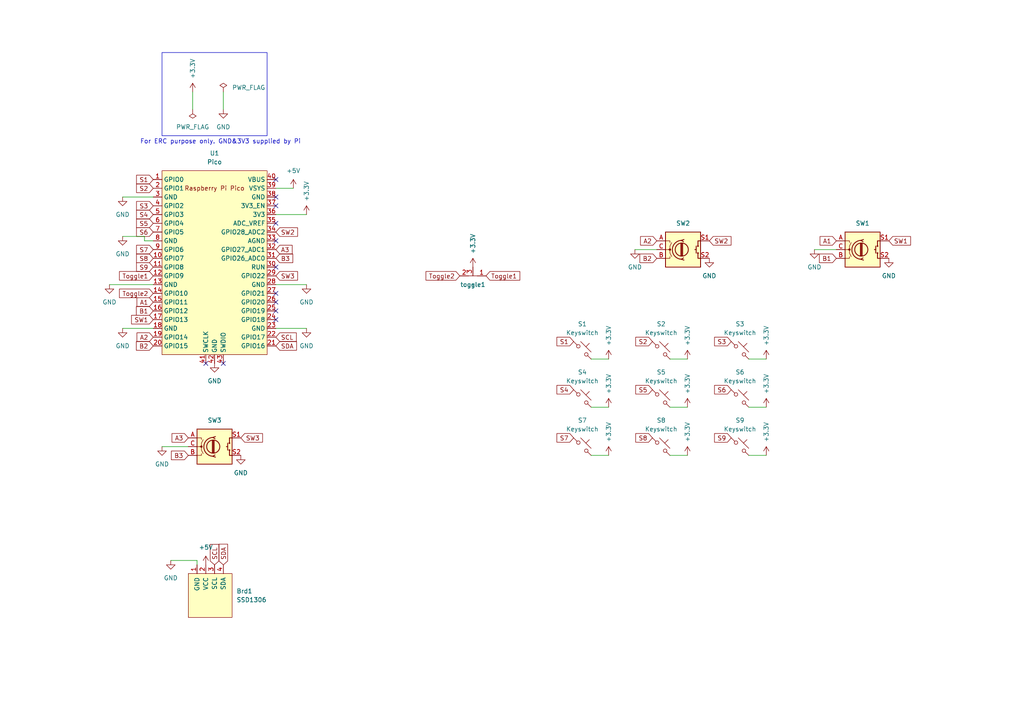
<source format=kicad_sch>
(kicad_sch (version 20230121) (generator eeschema)
  (paper "A4")
  (lib_symbols
    (symbol "Device:RotaryEncoder_Switch" (pin_names (offset 0.254) hide)
      (property "Reference" "SW" (at 0 6.604 0))
      (property "Value" "RotaryEncoder_Switch" (at 0 -6.604 0))
      (symbol "RotaryEncoder_Switch_0_1"
        (rectangle (start -5.08 5.08) (end 5.08 -5.08) (stroke (width 0.254)) (fill (type background)))
        (circle (center -3.81 0) (radius 0.254) (fill (type outline)))
        (circle (center -0.381 0) (radius 1.905) (stroke (width 0.254)))
        (arc (start -0.381 2.667) (mid -3.0988 -0.0635) (end -0.381 -2.794) (stroke (width 0.254)))
        (polyline (pts (xy -0.635 -1.778) (xy -0.635 1.778)) (stroke (width 0.254)))
        (polyline (pts (xy -0.381 -1.778) (xy -0.381 1.778)) (stroke (width 0.254)))
        (polyline (pts (xy -0.127 1.778) (xy -0.127 -1.778)) (stroke (width 0.254)))
        (polyline (pts (xy 3.81 0) (xy 3.429 0)) (stroke (width 0.254)))
        (polyline (pts (xy 3.81 1.016) (xy 3.81 -1.016)) (stroke (width 0.254)))
        (polyline (pts (xy -5.08 -2.54) (xy -3.81 -2.54) (xy -3.81 -2.032)))
        (polyline (pts (xy -5.08 2.54) (xy -3.81 2.54) (xy -3.81 2.032)))
        (polyline (pts (xy 0.254 -3.048) (xy -0.508 -2.794) (xy 0.127 -2.413)) (stroke (width 0.254)))
        (polyline (pts (xy 0.254 2.921) (xy -0.508 2.667) (xy 0.127 2.286)) (stroke (width 0.254)))
        (polyline (pts (xy 5.08 -2.54) (xy 4.318 -2.54) (xy 4.318 -1.016)) (stroke (width 0.254)))
        (polyline (pts (xy 5.08 2.54) (xy 4.318 2.54) (xy 4.318 1.016)) (stroke (width 0.254)))
        (polyline (pts (xy -5.08 0) (xy -3.81 0) (xy -3.81 -1.016) (xy -3.302 -2.032)))
        (polyline (pts (xy -4.318 0) (xy -3.81 0) (xy -3.81 1.016) (xy -3.302 2.032)))
        (circle (center 4.318 -1.016) (radius 0.127) (stroke (width 0.254)))
        (circle (center 4.318 1.016) (radius 0.127) (stroke (width 0.254)))
      )
      (symbol "RotaryEncoder_Switch_1_1"
        (pin passive line (at -7.62 2.54 0) (length 2.54) (name "A") (number "A"))
        (pin passive line (at -7.62 -2.54 0) (length 2.54) (name "B") (number "B"))
        (pin passive line (at -7.62 0 0) (length 2.54) (name "C") (number "C"))
        (pin passive line (at 7.62 2.54 180) (length 2.54) (name "S1") (number "S1"))
        (pin passive line (at 7.62 -2.54 180) (length 2.54) (name "S2") (number "S2"))
      )
    )
    (symbol "MCU_RaspberryPi_and_Boards:Pico"
      (property "Reference" "U" (at -13.97 27.94 0))
      (property "Value" "Pico" (at 0 19.05 0))
      (symbol "Pico_0_0"
        (text "Raspberry Pi Pico" (at 0 21.59 0) (effects (font (size 1.27 1.27))))
      )
      (symbol "Pico_0_1"
        (rectangle (start -15.24 26.67) (end 15.24 -26.67) (fill (type background)))
      )
      (symbol "Pico_1_1"
        (pin bidirectional line (at -17.78 24.13 0) (length 2.54) (name "GPIO0") (number "1"))
        (pin bidirectional line (at -17.78 1.27 0) (length 2.54) (name "GPIO7") (number "10"))
        (pin bidirectional line (at -17.78 -1.27 0) (length 2.54) (name "GPIO8") (number "11"))
        (pin bidirectional line (at -17.78 -3.81 0) (length 2.54) (name "GPIO9") (number "12"))
        (pin power_in line (at -17.78 -6.35 0) (length 2.54) (name "GND") (number "13"))
        (pin bidirectional line (at -17.78 -8.89 0) (length 2.54) (name "GPIO10") (number "14"))
        (pin bidirectional line (at -17.78 -11.43 0) (length 2.54) (name "GPIO11") (number "15"))
        (pin bidirectional line (at -17.78 -13.97 0) (length 2.54) (name "GPIO12") (number "16"))
        (pin bidirectional line (at -17.78 -16.51 0) (length 2.54) (name "GPIO13") (number "17"))
        (pin power_in line (at -17.78 -19.05 0) (length 2.54) (name "GND") (number "18"))
        (pin bidirectional line (at -17.78 -21.59 0) (length 2.54) (name "GPIO14") (number "19"))
        (pin bidirectional line (at -17.78 21.59 0) (length 2.54) (name "GPIO1") (number "2"))
        (pin bidirectional line (at -17.78 -24.13 0) (length 2.54) (name "GPIO15") (number "20"))
        (pin bidirectional line (at 17.78 -24.13 180) (length 2.54) (name "GPIO16") (number "21"))
        (pin bidirectional line (at 17.78 -21.59 180) (length 2.54) (name "GPIO17") (number "22"))
        (pin power_in line (at 17.78 -19.05 180) (length 2.54) (name "GND") (number "23"))
        (pin bidirectional line (at 17.78 -16.51 180) (length 2.54) (name "GPIO18") (number "24"))
        (pin bidirectional line (at 17.78 -13.97 180) (length 2.54) (name "GPIO19") (number "25"))
        (pin bidirectional line (at 17.78 -11.43 180) (length 2.54) (name "GPIO20") (number "26"))
        (pin bidirectional line (at 17.78 -8.89 180) (length 2.54) (name "GPIO21") (number "27"))
        (pin power_in line (at 17.78 -6.35 180) (length 2.54) (name "GND") (number "28"))
        (pin bidirectional line (at 17.78 -3.81 180) (length 2.54) (name "GPIO22") (number "29"))
        (pin power_in line (at -17.78 19.05 0) (length 2.54) (name "GND") (number "3"))
        (pin input line (at 17.78 -1.27 180) (length 2.54) (name "RUN") (number "30"))
        (pin bidirectional line (at 17.78 1.27 180) (length 2.54) (name "GPIO26_ADC0") (number "31"))
        (pin bidirectional line (at 17.78 3.81 180) (length 2.54) (name "GPIO27_ADC1") (number "32"))
        (pin power_in line (at 17.78 6.35 180) (length 2.54) (name "AGND") (number "33"))
        (pin bidirectional line (at 17.78 8.89 180) (length 2.54) (name "GPIO28_ADC2") (number "34"))
        (pin power_in line (at 17.78 11.43 180) (length 2.54) (name "ADC_VREF") (number "35"))
        (pin power_in line (at 17.78 13.97 180) (length 2.54) (name "3V3") (number "36"))
        (pin input line (at 17.78 16.51 180) (length 2.54) (name "3V3_EN") (number "37"))
        (pin bidirectional line (at 17.78 19.05 180) (length 2.54) (name "GND") (number "38"))
        (pin power_in line (at 17.78 21.59 180) (length 2.54) (name "VSYS") (number "39"))
        (pin bidirectional line (at -17.78 16.51 0) (length 2.54) (name "GPIO2") (number "4"))
        (pin power_in line (at 17.78 24.13 180) (length 2.54) (name "VBUS") (number "40"))
        (pin input line (at -2.54 -29.21 90) (length 2.54) (name "SWCLK") (number "41"))
        (pin power_in line (at 0 -29.21 90) (length 2.54) (name "GND") (number "42"))
        (pin bidirectional line (at 2.54 -29.21 90) (length 2.54) (name "SWDIO") (number "43"))
        (pin bidirectional line (at -17.78 13.97 0) (length 2.54) (name "GPIO3") (number "5"))
        (pin bidirectional line (at -17.78 11.43 0) (length 2.54) (name "GPIO4") (number "6"))
        (pin bidirectional line (at -17.78 8.89 0) (length 2.54) (name "GPIO5") (number "7"))
        (pin power_in line (at -17.78 6.35 0) (length 2.54) (name "GND") (number "8"))
        (pin bidirectional line (at -17.78 3.81 0) (length 2.54) (name "GPIO6") (number "9"))
      )
    )
    (symbol "Scotto keedbs:Placeholder_Keyswitch" (pin_numbers hide) (pin_names (offset 1.016) hide)
      (property "Reference" "S" (at 3.048 1.016 0))
      (property "Value" "Keyswitch" (at 0 -3.81 0))
      (symbol "Placeholder_Keyswitch_0_1"
        (circle (center -1.1684 1.1684) (radius 0.508))
        (polyline (pts (xy -0.508 2.54) (xy 2.54 -0.508)))
        (polyline (pts (xy 1.016 1.016) (xy 2.032 2.032)))
        (polyline (pts (xy -2.54 2.54) (xy -1.524 1.524) (xy -1.524 1.524)))
        (polyline (pts (xy 1.524 -1.524) (xy 2.54 -2.54) (xy 2.54 -2.54) (xy 2.54 -2.54)))
        (circle (center 1.143 -1.1938) (radius 0.508))
        (pin passive line (at -2.54 2.54 0) (length 0) (name "1") (number "1"))
        (pin passive line (at 2.54 -2.54 180) (length 0) (name "2") (number "2"))
      )
    )
    (symbol "dis:SSD1306" (pin_names (offset 1.016))
      (property "Reference" "Brd" (at 0 -3.81 0))
      (property "Value" "SSD1306" (at 0 -1.27 0))
      (symbol "SSD1306_0_1"
        (rectangle (start -6.35 6.35) (end 6.35 -6.35) (fill (type background)))
      )
      (symbol "SSD1306_1_1"
        (pin input line (at -3.81 8.89 270) (length 2.54) (name "GND") (number "1"))
        (pin input line (at -1.27 8.89 270) (length 2.54) (name "VCC") (number "2"))
        (pin input line (at 1.27 8.89 270) (length 2.54) (name "SCL") (number "3"))
        (pin input line (at 3.81 8.89 270) (length 2.54) (name "SDA") (number "4"))
      )
    )
    (symbol "power:+3.3V" (power) (pin_names (offset 0))
      (property "Value" "+3.3V" (at 0 3.556 0))
      (symbol "+3.3V_0_1"
        (polyline (pts (xy -0.762 1.27) (xy 0 2.54)))
        (polyline (pts (xy 0 0) (xy 0 2.54)))
        (polyline (pts (xy 0 2.54) (xy 0.762 1.27)))
      )
      (symbol "+3.3V_1_1"
        (pin power_in line (at 0 0 90) (length 0) hide (name "+3.3V") (number "1"))
      )
    )
    (symbol "power:+5V" (power) (pin_names (offset 0))
      (property "Value" "+5V" (at 0 3.556 0))
      (symbol "+5V_0_1"
        (polyline (pts (xy -0.762 1.27) (xy 0 2.54)))
        (polyline (pts (xy 0 0) (xy 0 2.54)))
        (polyline (pts (xy 0 2.54) (xy 0.762 1.27)))
      )
      (symbol "+5V_1_1"
        (pin power_in line (at 0 0 90) (length 0) hide (name "+5V") (number "1"))
      )
    )
    (symbol "power:GND" (power) (pin_names (offset 0))
      (property "Value" "GND" (at 0 -3.81 0))
      (symbol "GND_0_1"
        (polyline (pts (xy 0 0) (xy 0 -1.27) (xy 1.27 -1.27) (xy 0 -2.54) (xy -1.27 -1.27) (xy 0 -1.27)))
      )
      (symbol "GND_1_1"
        (pin power_in line (at 0 0 270) (length 0) hide (name "GND") (number "1"))
      )
    )
    (symbol "power:PWR_FLAG" (power) (pin_numbers hide) (pin_names (offset 0) hide)
      (property "Value" "PWR_FLAG" (at 0 3.81 0))
      (symbol "PWR_FLAG_0_0"
        (pin power_out line (at 0 0 90) (length 0) (name "pwr") (number "1"))
      )
      (symbol "PWR_FLAG_0_1"
        (polyline (pts (xy 0 0) (xy 0 1.27) (xy -1.016 1.905) (xy 0 2.54) (xy 1.016 1.905) (xy 0 1.27)))
      )
    )
    (symbol "toggle_on-off-on_1"
      (property "Reference" "toggle" (at 0 0 0))
      (symbol "toggle_on-off-on_1_0_1"
        (polyline (pts (xy -1.27 -2.54) (xy 1.27 -2.54) (xy 1.27 -2.54)))
      )
      (symbol "toggle_on-off-on_1_1_1"
        (pin output line (at -3.81 -2.54 0) (length 2.54) (name "") (number "1"))
        (pin output line (at 3.81 -2.54 180) (length 2.54) (name "") (number "2"))
        (pin input line (at 0 -5.08 90) (length 2.54) (name "") (number "3"))
      )
    )
  )
  (no_connect (at 80.01 64.77))
  (no_connect (at 80.01 69.85))
  (no_connect (at 80.01 57.15))
  (no_connect (at 64.77 105.41))
  (no_connect (at 59.69 105.41))
  (no_connect (at 80.01 52.07))
  (no_connect (at 80.01 87.63))
  (no_connect (at 80.01 92.71))
  (no_connect (at 80.01 59.69))
  (no_connect (at 80.01 77.47))
  (no_connect (at 80.01 90.17))
  (no_connect (at 80.01 85.09))
  (wire (pts (xy 222.25 118.11) (xy 217.17 118.11)))
  (wire (pts (xy 176.53 104.14) (xy 171.45 104.14)))
  (wire (pts (xy 222.25 132.08) (xy 217.17 132.08)))
  (wire (pts (xy 41.91 68.58) (xy 41.91 69.85)))
  (wire (pts (xy 88.9 95.25) (xy 80.01 95.25)))
  (wire (pts (xy 35.56 95.25) (xy 44.45 95.25)))
  (wire (pts (xy 85.09 54.61) (xy 80.01 54.61)))
  (wire (pts (xy 46.99 129.54) (xy 54.61 129.54)))
  (wire (pts (xy 199.39 118.11) (xy 194.31 118.11)))
  (wire (pts (xy 88.9 62.23) (xy 80.01 62.23)))
  (wire (pts (xy 80.01 82.55) (xy 88.9 82.55)))
  (wire (pts (xy 41.91 69.85) (xy 44.45 69.85)))
  (wire (pts (xy 64.77 26.67) (xy 64.77 31.75)))
  (wire (pts (xy 55.88 26.67) (xy 55.88 31.75)))
  (wire (pts (xy 176.53 132.08) (xy 171.45 132.08)))
  (wire (pts (xy 49.53 162.56) (xy 57.15 162.56)))
  (wire (pts (xy 176.53 118.11) (xy 171.45 118.11)))
  (wire (pts (xy 222.25 104.14) (xy 217.17 104.14)))
  (wire (pts (xy 199.39 132.08) (xy 194.31 132.08)))
  (wire (pts (xy 199.39 104.14) (xy 194.31 104.14)))
  (wire (pts (xy 31.75 82.55) (xy 44.45 82.55)))
  (wire (pts (xy 35.56 57.15) (xy 44.45 57.15)))
  (wire (pts (xy 236.22 72.39) (xy 242.57 72.39)))
  (wire (pts (xy 57.15 162.56) (xy 57.15 163.83)))
  (wire (pts (xy 184.15 72.39) (xy 190.5 72.39)))
  (wire (pts (xy 35.56 68.58) (xy 41.91 68.58)))
  (rectangle (start 46.99 15.24) (end 77.47 39.37))
  (text "For ERC purpose only. GND&3V3 supplied by Pi" (at 40.64 41.91 0) (effects (font (size 1.27 1.27)) (justify left bottom)))
  (global_label "S5" (shape input) (at 189.23 113.03 180) (property "Intersheetrefs" "${INTERSHEET_REFS}" (effects hide)))
  (global_label "A3" (shape input) (at 80.01 72.39 0) (property "Intersheetrefs" "${INTERSHEET_REFS}" (effects hide)))
  (global_label "S4" (shape input) (at 166.37 113.03 180) (property "Intersheetrefs" "${INTERSHEET_REFS}" (effects hide)))
  (global_label "SDA" (shape input) (at 64.77 163.83 90) (property "Intersheetrefs" "${INTERSHEET_REFS}" (effects hide)))
  (global_label "A2" (shape input) (at 190.5 69.85 180) (property "Intersheetrefs" "${INTERSHEET_REFS}" (effects hide)))
  (global_label "S3" (shape input) (at 212.09 99.06 180) (property "Intersheetrefs" "${INTERSHEET_REFS}" (effects hide)))
  (global_label "B3" (shape input) (at 54.61 132.08 180) (property "Intersheetrefs" "${INTERSHEET_REFS}" (effects hide)))
  (global_label "SW3" (shape input) (at 69.85 127 0) (property "Intersheetrefs" "${INTERSHEET_REFS}" (effects hide)))
  (global_label "SDA" (shape input) (at 80.01 100.33 0) (property "Intersheetrefs" "${INTERSHEET_REFS}" (effects hide)))
  (global_label "SCL" (shape input) (at 62.23 163.83 90) (property "Intersheetrefs" "${INTERSHEET_REFS}" (effects hide)))
  (global_label "S4" (shape input) (at 44.45 62.23 180) (property "Intersheetrefs" "${INTERSHEET_REFS}" (effects hide)))
  (global_label "S2" (shape input) (at 44.45 54.61 180) (property "Intersheetrefs" "${INTERSHEET_REFS}" (effects hide)))
  (global_label "SW2" (shape input) (at 205.74 69.85 0) (property "Intersheetrefs" "${INTERSHEET_REFS}" (effects hide)))
  (global_label "S9" (shape input) (at 212.09 127 180) (property "Intersheetrefs" "${INTERSHEET_REFS}" (effects hide)))
  (global_label "S1" (shape input) (at 44.45 52.07 180) (property "Intersheetrefs" "${INTERSHEET_REFS}" (effects hide)))
  (global_label "S6" (shape input) (at 44.45 67.31 180) (property "Intersheetrefs" "${INTERSHEET_REFS}" (effects hide)))
  (global_label "SW2" (shape input) (at 80.01 67.31 0) (property "Intersheetrefs" "${INTERSHEET_REFS}" (effects hide)))
  (global_label "SW1" (shape input) (at 44.45 92.71 180) (property "Intersheetrefs" "${INTERSHEET_REFS}" (effects hide)))
  (global_label "SW3" (shape input) (at 80.01 80.01 0) (property "Intersheetrefs" "${INTERSHEET_REFS}" (effects hide)))
  (global_label "S3" (shape input) (at 44.45 59.69 180) (property "Intersheetrefs" "${INTERSHEET_REFS}" (effects hide)))
  (global_label "B2" (shape input) (at 44.45 100.33 180) (property "Intersheetrefs" "${INTERSHEET_REFS}" (effects hide)))
  (global_label "S1" (shape input) (at 166.37 99.06 180) (property "Intersheetrefs" "${INTERSHEET_REFS}" (effects hide)))
  (global_label "SCL" (shape input) (at 80.01 97.79 0) (property "Intersheetrefs" "${INTERSHEET_REFS}" (effects hide)))
  (global_label "B1" (shape input) (at 44.45 90.17 180) (property "Intersheetrefs" "${INTERSHEET_REFS}" (effects hide)))
  (global_label "S8" (shape input) (at 189.23 127 180) (property "Intersheetrefs" "${INTERSHEET_REFS}" (effects hide)))
  (global_label "SW1" (shape input) (at 257.81 69.85 0) (property "Intersheetrefs" "${INTERSHEET_REFS}" (effects hide)))
  (global_label "A3" (shape input) (at 54.61 127 180) (property "Intersheetrefs" "${INTERSHEET_REFS}" (effects hide)))
  (global_label "S8" (shape input) (at 44.45 74.93 180) (property "Intersheetrefs" "${INTERSHEET_REFS}" (effects hide)))
  (global_label "Toggle2" (shape input) (at 133.35 80.01 180) (property "Intersheetrefs" "${INTERSHEET_REFS}" (effects hide)))
  (global_label "S2" (shape input) (at 189.23 99.06 180) (property "Intersheetrefs" "${INTERSHEET_REFS}" (effects hide)))
  (global_label "B1" (shape input) (at 242.57 74.93 180) (property "Intersheetrefs" "${INTERSHEET_REFS}" (effects hide)))
  (global_label "S9" (shape input) (at 44.45 77.47 180) (property "Intersheetrefs" "${INTERSHEET_REFS}" (effects hide)))
  (global_label "Toggle1" (shape input) (at 140.97 80.01 0) (property "Intersheetrefs" "${INTERSHEET_REFS}" (effects hide)))
  (global_label "S5" (shape input) (at 44.45 64.77 180) (property "Intersheetrefs" "${INTERSHEET_REFS}" (effects hide)))
  (global_label "Toggle2" (shape input) (at 44.45 85.09 180) (property "Intersheetrefs" "${INTERSHEET_REFS}" (effects hide)))
  (global_label "A1" (shape input) (at 44.45 87.63 180) (property "Intersheetrefs" "${INTERSHEET_REFS}" (effects hide)))
  (global_label "S7" (shape input) (at 166.37 127 180) (property "Intersheetrefs" "${INTERSHEET_REFS}" (effects hide)))
  (global_label "Toggle1" (shape input) (at 44.45 80.01 180) (property "Intersheetrefs" "${INTERSHEET_REFS}" (effects hide)))
  (global_label "A1" (shape input) (at 242.57 69.85 180) (property "Intersheetrefs" "${INTERSHEET_REFS}" (effects hide)))
  (global_label "S6" (shape input) (at 212.09 113.03 180) (property "Intersheetrefs" "${INTERSHEET_REFS}" (effects hide)))
  (global_label "B2" (shape input) (at 190.5 74.93 180) (property "Intersheetrefs" "${INTERSHEET_REFS}" (effects hide)))
  (global_label "B3" (shape input) (at 80.01 74.93 0) (property "Intersheetrefs" "${INTERSHEET_REFS}" (effects hide)))
  (global_label "S7" (shape input) (at 44.45 72.39 180) (property "Intersheetrefs" "${INTERSHEET_REFS}" (effects hide)))
  (global_label "A2" (shape input) (at 44.45 97.79 180) (property "Intersheetrefs" "${INTERSHEET_REFS}" (effects hide)))
  (symbol (lib_id "power:GND") (at 62.23 105.41 0) (unit 1)
    (property "Reference" "#PWR027" (effects hide))
    (property "Value" "GND" (at 62.23 110.49 0))
  )
  (symbol (lib_id "power:+3.3V") (at 55.88 26.67 0) (unit 1)
    (property "Reference" "#PWR026" (effects hide))
    (property "Value" "+3.3V" (at 55.88 22.86 90) (effects (justify left)))
  )
  (symbol (lib_id "power:GND") (at 184.15 72.39 0) (unit 1)
    (property "Reference" "#PWR02" (effects hide))
    (property "Value" "GND" (at 184.15 77.47 0))
  )
  (symbol (lib_id "power:+3.3V") (at 222.25 118.11 0) (unit 1)
    (property "Reference" "#PWR016" (effects hide))
    (property "Value" "+3.3V" (at 222.25 114.3 90) (effects (justify left)))
  )
  (symbol (lib_id "Scotto keedbs:Placeholder_Keyswitch") (at 191.77 129.54 0) (unit 1)
    (property "Reference" "S8" (at 191.77 121.92 0))
    (property "Value" "Keyswitch" (at 191.77 124.46 0))
    (property "Footprint" "s_MX:MX_PCB_1.00u" (effects hide))
  )
  (symbol (lib_id "power:+3.3V") (at 199.39 118.11 0) (unit 1)
    (property "Reference" "#PWR015" (effects hide))
    (property "Value" "+3.3V" (at 199.39 114.3 90) (effects (justify left)))
  )
  (symbol (lib_id "power:GND") (at 35.56 68.58 0) (unit 1)
    (property "Reference" "#PWR029" (effects hide))
    (property "Value" "GND" (at 35.56 73.66 0))
  )
  (symbol (lib_id "Scotto keedbs:Placeholder_Keyswitch") (at 214.63 129.54 0) (unit 1)
    (property "Reference" "S9" (at 214.63 121.92 0))
    (property "Value" "Keyswitch" (at 214.63 124.46 0))
    (property "Footprint" "s_MX:MX_PCB_1.00u" (effects hide))
  )
  (symbol (lib_id "Scotto keedbs:Placeholder_Keyswitch") (at 168.91 115.57 0) (unit 1)
    (property "Reference" "S4" (at 168.91 107.95 0))
    (property "Value" "Keyswitch" (at 168.91 110.49 0))
    (property "Footprint" "s_MX:MX_PCB_1.00u" (effects hide))
  )
  (symbol (lib_id "Scotto keedbs:Placeholder_Keyswitch") (at 214.63 101.6 0) (unit 1)
    (property "Reference" "S3" (at 214.63 93.98 0))
    (property "Value" "Keyswitch" (at 214.63 96.52 0))
    (property "Footprint" "s_MX:MX_PCB_1.00u" (effects hide))
  )
  (symbol (lib_id "power:+3.3V") (at 199.39 104.14 0) (unit 1)
    (property "Reference" "#PWR012" (effects hide))
    (property "Value" "+3.3V" (at 199.39 100.33 90) (effects (justify left)))
  )
  (symbol (lib_name "toggle_on-off-on_1") (lib_id "Switch:toggle_on-off-on") (at 137.16 82.55 180) (unit 1)
    (property "Reference" "toggle1" (at 137.16 82.55 0))
    (property "Value" "~" (at 137.16 82.55 0))
    (property "Footprint" "Button_Switch_THT:Toggle on-off-on" (effects hide))
  )
  (symbol (lib_id "power:+3.3V") (at 199.39 132.08 0) (unit 1)
    (property "Reference" "#PWR018" (effects hide))
    (property "Value" "+3.3V" (at 199.39 128.27 90) (effects (justify left)))
  )
  (symbol (lib_id "power:+5V") (at 59.69 163.83 0) (unit 1)
    (property "Reference" "#PWR01" (effects hide))
    (property "Value" "+5V" (at 59.69 158.75 0))
  )
  (symbol (lib_id "power:+3.3V") (at 176.53 132.08 0) (unit 1)
    (property "Reference" "#PWR017" (effects hide))
    (property "Value" "+3.3V" (at 176.53 128.27 90) (effects (justify left)))
  )
  (symbol (lib_id "power:PWR_FLAG") (at 64.77 26.67 0) (unit 1)
    (property "Reference" "#FLG02" (effects hide))
    (property "Value" "PWR_FLAG" (at 67.31 25.4 0) (effects (justify left)))
  )
  (symbol (lib_id "power:+3.3V") (at 176.53 104.14 0) (unit 1)
    (property "Reference" "#PWR09" (effects hide))
    (property "Value" "+3.3V" (at 176.53 100.33 90) (effects (justify left)))
  )
  (symbol (lib_id "power:GND") (at 88.9 95.25 0) (unit 1)
    (property "Reference" "#PWR07" (effects hide))
    (property "Value" "GND" (at 88.9 100.33 0))
  )
  (symbol (lib_id "power:+3.3V") (at 222.25 132.08 0) (unit 1)
    (property "Reference" "#PWR019" (effects hide))
    (property "Value" "+3.3V" (at 222.25 128.27 90) (effects (justify left)))
  )
  (symbol (lib_id "power:GND") (at 88.9 82.55 0) (unit 1)
    (property "Reference" "#PWR025" (effects hide))
    (property "Value" "GND" (at 88.9 87.63 0))
  )
  (symbol (lib_id "Device:RotaryEncoder_Switch") (at 250.19 72.39 0) (unit 1)
    (property "Reference" "SW1" (at 250.19 64.77 0))
    (property "Value" "RotaryEncoder_Switch" (effects hide))
    (property "Footprint" "Rotary_Encoder:RotaryEncoder_Alps_EC11E-Switch_Vertical_H20mm" (effects hide))
  )
  (symbol (lib_id "power:GND") (at 35.56 95.25 0) (unit 1)
    (property "Reference" "#PWR028" (effects hide))
    (property "Value" "GND" (at 35.56 100.33 0))
  )
  (symbol (lib_id "power:PWR_FLAG") (at 55.88 31.75 180) (unit 1)
    (property "Reference" "#FLG01" (effects hide))
    (property "Value" "PWR_FLAG" (at 55.88 36.83 0))
  )
  (symbol (lib_id "Scotto keedbs:Placeholder_Keyswitch") (at 191.77 115.57 0) (unit 1)
    (property "Reference" "S5" (at 191.77 107.95 0))
    (property "Value" "Keyswitch" (at 191.77 110.49 0))
    (property "Footprint" "s_MX:MX_PCB_1.00u" (effects hide))
  )
  (symbol (lib_id "power:GND") (at 64.77 31.75 0) (unit 1)
    (property "Reference" "#PWR030" (effects hide))
    (property "Value" "GND" (at 64.77 36.83 0))
  )
  (symbol (lib_id "power:+5V") (at 85.09 54.61 0) (unit 1)
    (property "Reference" "#PWR04" (effects hide))
    (property "Value" "+5V" (at 85.09 49.53 0))
  )
  (symbol (lib_id "Scotto keedbs:Placeholder_Keyswitch") (at 191.77 101.6 0) (unit 1)
    (property "Reference" "S2" (at 191.77 93.98 0))
    (property "Value" "Keyswitch" (at 191.77 96.52 0))
    (property "Footprint" "s_MX:MX_PCB_1.00u" (effects hide))
  )
  (symbol (lib_id "Device:RotaryEncoder_Switch") (at 198.12 72.39 0) (unit 1)
    (property "Reference" "SW2" (at 198.12 64.77 0))
    (property "Value" "RotaryEncoder_Switch" (effects hide))
    (property "Footprint" "Rotary_Encoder:RotaryEncoder_Alps_EC11E-Switch_Vertical_H20mm" (effects hide))
  )
  (symbol (lib_id "power:GND") (at 257.81 74.93 0) (unit 1)
    (property "Reference" "#PWR034" (effects hide))
    (property "Value" "GND" (at 257.81 80.01 0))
  )
  (symbol (lib_id "power:GND") (at 31.75 82.55 0) (unit 1)
    (property "Reference" "#PWR022" (effects hide))
    (property "Value" "GND" (at 31.75 87.63 0))
  )
  (symbol (lib_id "power:GND") (at 205.74 74.93 0) (unit 1)
    (property "Reference" "#PWR03" (effects hide))
    (property "Value" "GND" (at 205.74 80.01 0))
  )
  (symbol (lib_id "Scotto keedbs:Placeholder_Keyswitch") (at 168.91 129.54 0) (unit 1)
    (property "Reference" "S7" (at 168.91 121.92 0))
    (property "Value" "Keyswitch" (at 168.91 124.46 0))
    (property "Footprint" "s_MX:MX_PCB_1.00u" (effects hide))
  )
  (symbol (lib_id "power:GND") (at 49.53 162.56 0) (unit 1)
    (property "Reference" "#PWR020" (effects hide))
    (property "Value" "GND" (at 49.53 167.64 0))
  )
  (symbol (lib_id "power:+3.3V") (at 88.9 62.23 0) (unit 1)
    (property "Reference" "#PWR024" (effects hide))
    (property "Value" "+3.3V" (at 88.9 58.42 90) (effects (justify left)))
  )
  (symbol (lib_id "power:+3.3V") (at 176.53 118.11 0) (unit 1)
    (property "Reference" "#PWR014" (effects hide))
    (property "Value" "+3.3V" (at 176.53 114.3 90) (effects (justify left)))
  )
  (symbol (lib_id "Device:RotaryEncoder_Switch") (at 62.23 129.54 0) (unit 1)
    (property "Reference" "SW3" (at 62.23 121.92 0))
    (property "Value" "RotaryEncoder_Switch" (effects hide))
    (property "Footprint" "Rotary_Encoder:RotaryEncoder_Alps_EC11E-Switch_Vertical_H20mm" (effects hide))
  )
  (symbol (lib_id "power:GND") (at 35.56 57.15 0) (unit 1)
    (property "Reference" "#PWR023" (effects hide))
    (property "Value" "GND" (at 35.56 62.23 0))
  )
  (symbol (lib_id "dis:SSD1306") (at 60.96 172.72 0) (unit 1)
    (property "Reference" "Brd1" (at 68.58 171.45 0) (effects (justify left)))
    (property "Value" "SSD1306" (at 68.58 173.99 0) (effects (justify left)))
    (property "Footprint" "dsada:128x64OLED" (effects hide))
  )
  (symbol (lib_id "Scotto keedbs:Placeholder_Keyswitch") (at 168.91 101.6 0) (unit 1)
    (property "Reference" "S1" (at 168.91 93.98 0))
    (property "Value" "Keyswitch" (at 168.91 96.52 0))
    (property "Footprint" "s_MX:MX_PCB_1.00u" (effects hide))
  )
  (symbol (lib_id "power:+3.3V") (at 222.25 104.14 0) (unit 1)
    (property "Reference" "#PWR013" (effects hide))
    (property "Value" "+3.3V" (at 222.25 100.33 90) (effects (justify left)))
  )
  (symbol (lib_id "power:+3.3V") (at 137.16 77.47 0) (unit 1)
    (property "Reference" "#PWR08" (effects hide))
    (property "Value" "+3.3V" (at 137.16 73.66 90) (effects (justify left)))
  )
  (symbol (lib_id "MCU_RaspberryPi_and_Boards:Pico") (at 62.23 76.2 0) (unit 1)
    (property "Reference" "U1" (at 62.23 44.45 0))
    (property "Value" "Pico" (at 62.23 46.99 0))
    (property "Footprint" "MCU_RaspberryPi_and_Boards:RPi_Pico_SMD_TH" (effects hide))
  )
  (symbol (lib_id "Scotto keedbs:Placeholder_Keyswitch") (at 214.63 115.57 0) (unit 1)
    (property "Reference" "S6" (at 214.63 107.95 0))
    (property "Value" "Keyswitch" (at 214.63 110.49 0))
    (property "Footprint" "s_MX:MX_PCB_1.00u" (effects hide))
  )
  (symbol (lib_id "power:GND") (at 46.99 129.54 0) (unit 1)
    (property "Reference" "#PWR05" (effects hide))
    (property "Value" "GND" (at 46.99 134.62 0))
  )
  (symbol (lib_id "power:GND") (at 236.22 72.39 0) (unit 1)
    (property "Reference" "#PWR033" (effects hide))
    (property "Value" "GND" (at 236.22 77.47 0))
  )
  (symbol (lib_id "power:GND") (at 69.85 132.08 0) (unit 1)
    (property "Reference" "#PWR06" (effects hide))
    (property "Value" "GND" (at 69.85 137.16 0))
  )
)
</source>
